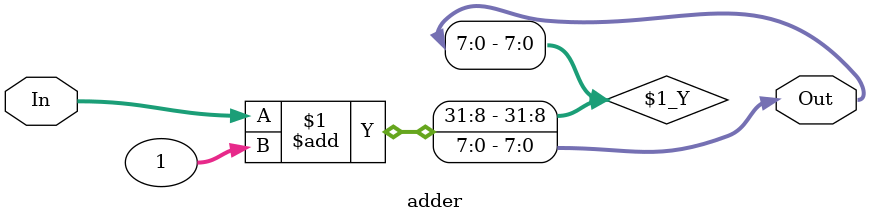
<source format=v>
module adder( input [7:0] In,
      output [7:0] Out
    );

assign Out = In + 1;

endmodule

</source>
